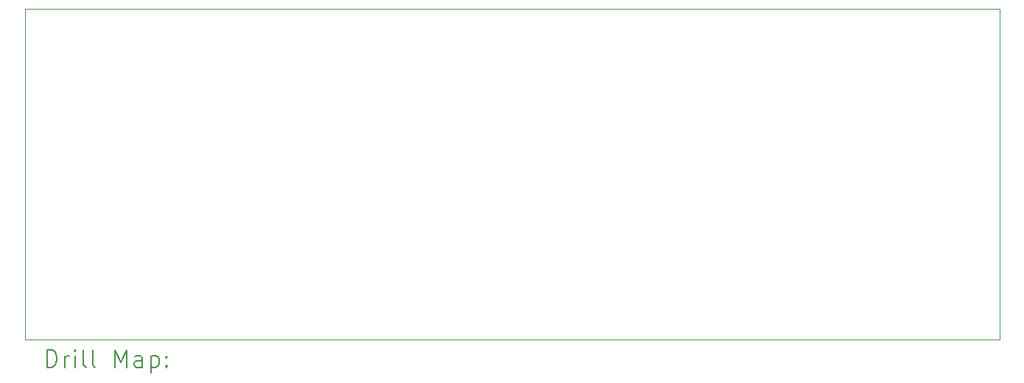
<source format=gbr>
%TF.GenerationSoftware,KiCad,Pcbnew,8.0.1*%
%TF.CreationDate,2024-03-28T11:36:45+01:00*%
%TF.ProjectId,pc1715-esp32vga,70633137-3135-42d6-9573-703332766761,rev?*%
%TF.SameCoordinates,Original*%
%TF.FileFunction,Drillmap*%
%TF.FilePolarity,Positive*%
%FSLAX45Y45*%
G04 Gerber Fmt 4.5, Leading zero omitted, Abs format (unit mm)*
G04 Created by KiCad (PCBNEW 8.0.1) date 2024-03-28 11:36:45*
%MOMM*%
%LPD*%
G01*
G04 APERTURE LIST*
%ADD10C,0.100000*%
%ADD11C,0.200000*%
G04 APERTURE END LIST*
D10*
X10400000Y-4900000D02*
X21600000Y-4900000D01*
X21600000Y-8700000D01*
X10400000Y-8700000D01*
X10400000Y-4900000D01*
D11*
X10655777Y-9016484D02*
X10655777Y-8816484D01*
X10655777Y-8816484D02*
X10703396Y-8816484D01*
X10703396Y-8816484D02*
X10731967Y-8826008D01*
X10731967Y-8826008D02*
X10751015Y-8845055D01*
X10751015Y-8845055D02*
X10760539Y-8864103D01*
X10760539Y-8864103D02*
X10770063Y-8902198D01*
X10770063Y-8902198D02*
X10770063Y-8930770D01*
X10770063Y-8930770D02*
X10760539Y-8968865D01*
X10760539Y-8968865D02*
X10751015Y-8987912D01*
X10751015Y-8987912D02*
X10731967Y-9006960D01*
X10731967Y-9006960D02*
X10703396Y-9016484D01*
X10703396Y-9016484D02*
X10655777Y-9016484D01*
X10855777Y-9016484D02*
X10855777Y-8883150D01*
X10855777Y-8921246D02*
X10865301Y-8902198D01*
X10865301Y-8902198D02*
X10874824Y-8892674D01*
X10874824Y-8892674D02*
X10893872Y-8883150D01*
X10893872Y-8883150D02*
X10912920Y-8883150D01*
X10979586Y-9016484D02*
X10979586Y-8883150D01*
X10979586Y-8816484D02*
X10970063Y-8826008D01*
X10970063Y-8826008D02*
X10979586Y-8835531D01*
X10979586Y-8835531D02*
X10989110Y-8826008D01*
X10989110Y-8826008D02*
X10979586Y-8816484D01*
X10979586Y-8816484D02*
X10979586Y-8835531D01*
X11103396Y-9016484D02*
X11084348Y-9006960D01*
X11084348Y-9006960D02*
X11074824Y-8987912D01*
X11074824Y-8987912D02*
X11074824Y-8816484D01*
X11208158Y-9016484D02*
X11189110Y-9006960D01*
X11189110Y-9006960D02*
X11179586Y-8987912D01*
X11179586Y-8987912D02*
X11179586Y-8816484D01*
X11436729Y-9016484D02*
X11436729Y-8816484D01*
X11436729Y-8816484D02*
X11503396Y-8959341D01*
X11503396Y-8959341D02*
X11570062Y-8816484D01*
X11570062Y-8816484D02*
X11570062Y-9016484D01*
X11751015Y-9016484D02*
X11751015Y-8911722D01*
X11751015Y-8911722D02*
X11741491Y-8892674D01*
X11741491Y-8892674D02*
X11722443Y-8883150D01*
X11722443Y-8883150D02*
X11684348Y-8883150D01*
X11684348Y-8883150D02*
X11665301Y-8892674D01*
X11751015Y-9006960D02*
X11731967Y-9016484D01*
X11731967Y-9016484D02*
X11684348Y-9016484D01*
X11684348Y-9016484D02*
X11665301Y-9006960D01*
X11665301Y-9006960D02*
X11655777Y-8987912D01*
X11655777Y-8987912D02*
X11655777Y-8968865D01*
X11655777Y-8968865D02*
X11665301Y-8949817D01*
X11665301Y-8949817D02*
X11684348Y-8940293D01*
X11684348Y-8940293D02*
X11731967Y-8940293D01*
X11731967Y-8940293D02*
X11751015Y-8930770D01*
X11846253Y-8883150D02*
X11846253Y-9083150D01*
X11846253Y-8892674D02*
X11865301Y-8883150D01*
X11865301Y-8883150D02*
X11903396Y-8883150D01*
X11903396Y-8883150D02*
X11922443Y-8892674D01*
X11922443Y-8892674D02*
X11931967Y-8902198D01*
X11931967Y-8902198D02*
X11941491Y-8921246D01*
X11941491Y-8921246D02*
X11941491Y-8978389D01*
X11941491Y-8978389D02*
X11931967Y-8997436D01*
X11931967Y-8997436D02*
X11922443Y-9006960D01*
X11922443Y-9006960D02*
X11903396Y-9016484D01*
X11903396Y-9016484D02*
X11865301Y-9016484D01*
X11865301Y-9016484D02*
X11846253Y-9006960D01*
X12027205Y-8997436D02*
X12036729Y-9006960D01*
X12036729Y-9006960D02*
X12027205Y-9016484D01*
X12027205Y-9016484D02*
X12017682Y-9006960D01*
X12017682Y-9006960D02*
X12027205Y-8997436D01*
X12027205Y-8997436D02*
X12027205Y-9016484D01*
X12027205Y-8892674D02*
X12036729Y-8902198D01*
X12036729Y-8902198D02*
X12027205Y-8911722D01*
X12027205Y-8911722D02*
X12017682Y-8902198D01*
X12017682Y-8902198D02*
X12027205Y-8892674D01*
X12027205Y-8892674D02*
X12027205Y-8911722D01*
M02*

</source>
